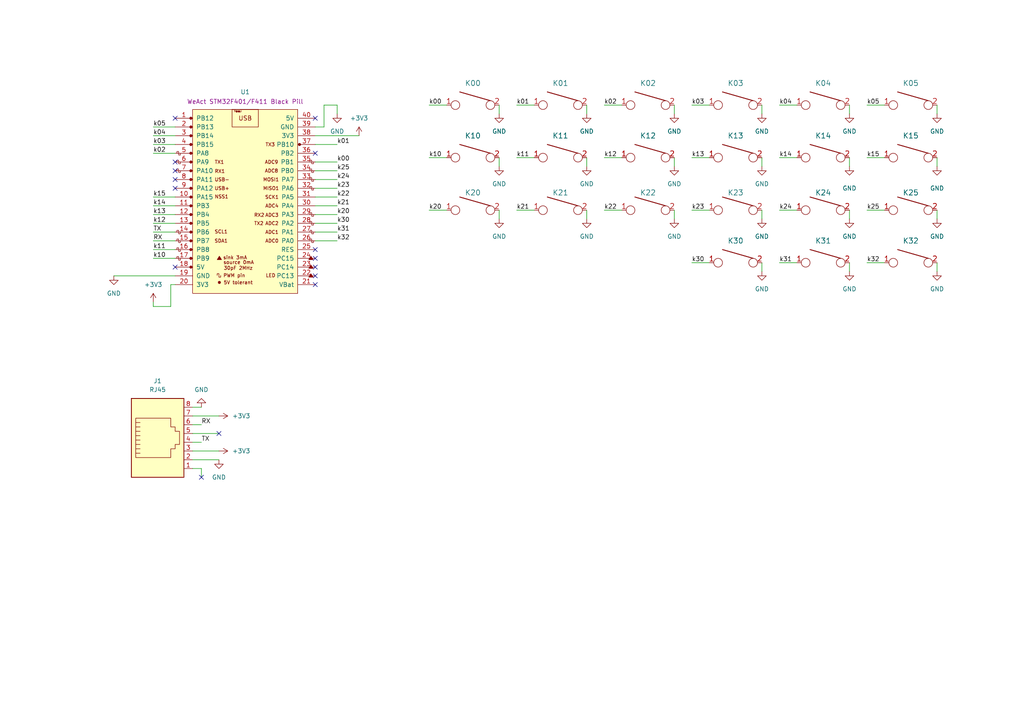
<source format=kicad_sch>
(kicad_sch (version 20250114) (generator "eeschema") (generator_version "9.0")
  (paper "A4")
  (title_block (rev "rev1.0"))
  (lib_symbols
    (symbol "Connector:RJ45" (pin_names (offset 1.016))
      (property "Reference" "J" (at -5.08 13.97 0))
      (property "Value" "RJ45" (at 2.54 13.97 0))
      (symbol "RJ45_0_1"
        (polyline (pts (xy -6.35 1.905) (xy -5.08 1.905) (xy -5.08 1.905)))
        (polyline (pts (xy -6.35 0.635) (xy -5.08 0.635) (xy -5.08 0.635)))
        (polyline (pts (xy -6.35 -0.635) (xy -5.08 -0.635) (xy -5.08 -0.635)))
        (polyline (pts (xy -6.35 -1.905) (xy -5.08 -1.905) (xy -5.08 -1.905)))
        (polyline (pts (xy -6.35 -3.175) (xy -5.08 -3.175) (xy -5.08 -3.175)))
        (polyline (pts (xy -6.35 -4.445) (xy -6.35 6.985) (xy 3.81 6.985) (xy 3.81 4.445) (xy 5.08 4.445) (xy 5.08 3.175) (xy 6.35 3.175) (xy 6.35 -0.635) (xy 5.08 -0.635) (xy 5.08 -1.905) (xy 3.81 -1.905) (xy 3.81 -4.445) (xy -6.35 -4.445) (xy -6.35 -4.445)))
        (polyline (pts (xy -5.08 5.715) (xy -6.35 5.715)))
        (polyline (pts (xy -5.08 4.445) (xy -6.35 4.445)))
        (polyline (pts (xy -5.08 3.175) (xy -6.35 3.175) (xy -6.35 3.175)))
        (rectangle (start 7.62 12.7) (end -7.62 -10.16) (stroke (width 0.254)) (fill (type background)))
      )
      (symbol "RJ45_1_1"
        (pin passive line (at 10.16 10.16 180) (length 2.54) (name "~") (number "8"))
        (pin passive line (at 10.16 7.62 180) (length 2.54) (name "~") (number "7"))
        (pin passive line (at 10.16 5.08 180) (length 2.54) (name "~") (number "6"))
        (pin passive line (at 10.16 2.54 180) (length 2.54) (name "~") (number "5"))
        (pin passive line (at 10.16 0 180) (length 2.54) (name "~") (number "4"))
        (pin passive line (at 10.16 -2.54 180) (length 2.54) (name "~") (number "3"))
        (pin passive line (at 10.16 -5.08 180) (length 2.54) (name "~") (number "2"))
        (pin passive line (at 10.16 -7.62 180) (length 2.54) (name "~") (number "1"))
      )
    )
    (symbol "YAAJ_WeAct_BlackPill_Part_Like:YAAJ_WeAct_BlackPill_Part_Like" (pin_names (offset 1.016))
      (property "Reference" "U" (at -12.7 27.94 0))
      (property "Value" "YAAJ_WeAct_BlackPill_Part_Like" (at 0 2.54 90))
      (symbol "YAAJ_WeAct_BlackPill_Part_Like_0_0"
        (circle (center -15.748 22.86) (radius 0.3556) (fill (type outline)))
        (circle (center -15.748 17.78) (radius 0.3556) (fill (type outline)))
        (circle (center -15.748 15.24) (radius 0.3556) (fill (type outline)))
        (circle (center -15.748 12.7) (radius 0.3556) (fill (type outline)))
        (circle (center -15.748 10.16) (radius 0.3556) (fill (type outline)))
        (circle (center -15.748 7.62) (radius 0.3556) (fill (type outline)))
        (circle (center -15.748 5.08) (radius 0.3556) (fill (type outline)))
        (circle (center -15.748 2.54) (radius 0.3556) (fill (type outline)))
        (circle (center -15.748 0) (radius 0.3556) (fill (type outline)))
        (circle (center -15.748 -2.54) (radius 0.3556) (fill (type outline)))
        (circle (center -15.748 -5.08) (radius 0.3556) (fill (type outline)))
        (circle (center -15.748 -7.62) (radius 0.3556) (fill (type outline)))
        (circle (center -15.748 -10.16) (radius 0.3556) (fill (type outline)))
        (circle (center -15.748 -12.7) (radius 0.3556) (fill (type outline)))
        (circle (center -15.748 -15.24) (radius 0.3556) (fill (type outline)))
        (circle (center -15.748 -17.78) (radius 0.3556) (fill (type outline)))
        (circle (center -15.748 -20.32) (radius 0.3556) (fill (type outline)))
        (polyline (pts (xy -8.128 -18.161) (xy -7.493 -17.145) (xy -6.858 -18.161) (xy -8.128 -18.161) (xy -7.493 -17.272) (xy -6.985 -18.161) (xy -8.001 -18.034) (xy -7.493 -17.399) (xy -7.112 -18.161) (xy -7.874 -17.907) (xy -7.366 -17.526) (xy -7.239 -18.161) (xy -7.747 -17.78) (xy -7.239 -17.653) (xy -7.366 -18.034) (xy -7.62 -17.78) (xy -7.366 -17.907) (xy -7.493 -17.653)))
        (circle (center -7.493 -24.765) (radius 0.127) (fill (type outline)))
        (circle (center -7.493 -24.765) (radius 0.254))
        (circle (center -7.493 -24.765) (radius 0.3556))
        (circle (center 15.748 15.24) (radius 0.254) (fill (type outline)))
        (circle (center 15.748 15.24) (radius 0.3556))
        (polyline (pts (xy 18.415 -18.161) (xy 19.05 -17.145) (xy 19.685 -18.161) (xy 18.415 -18.161) (xy 19.05 -17.272) (xy 19.558 -18.161) (xy 18.542 -18.034) (xy 19.05 -17.399) (xy 19.431 -18.161) (xy 18.669 -17.907) (xy 19.177 -17.526) (xy 19.304 -18.161) (xy 18.796 -17.78) (xy 19.304 -17.653) (xy 19.177 -18.034) (xy 18.923 -17.78) (xy 19.177 -17.907) (xy 19.05 -17.653)))
        (polyline (pts (xy 18.415 -20.701) (xy 19.05 -19.685) (xy 19.685 -20.701) (xy 18.415 -20.701) (xy 19.05 -19.812) (xy 19.558 -20.701) (xy 18.542 -20.574) (xy 19.05 -19.939) (xy 19.431 -20.701) (xy 18.669 -20.447) (xy 19.177 -20.066) (xy 19.304 -20.701) (xy 18.796 -20.32) (xy 19.304 -20.193) (xy 19.177 -20.574) (xy 18.923 -20.32) (xy 19.177 -20.447) (xy 19.05 -20.193)))
        (polyline (pts (xy 18.415 -23.241) (xy 19.05 -22.225) (xy 19.685 -23.241) (xy 18.415 -23.241) (xy 19.05 -22.352) (xy 19.558 -23.241) (xy 18.542 -23.114) (xy 19.05 -22.479) (xy 19.431 -23.241) (xy 18.669 -22.987) (xy 19.177 -22.606) (xy 19.304 -23.241) (xy 18.796 -22.86) (xy 19.304 -22.733) (xy 19.177 -23.114) (xy 18.923 -22.86) (xy 19.177 -22.987) (xy 19.05 -22.733)))
        (text "TX1" (at -7.493 10.16 0) (effects (font (size 0.9906 0.9906))))
        (text "RX1" (at -7.366 7.493 0) (effects (font (size 0.9906 0.9906))))
        (text "SCL1" (at -6.985 -10.033 0) (effects (font (size 0.9906 0.9906))))
        (text "SDA1" (at -6.985 -12.7 0) (effects (font (size 0.9906 0.9906))))
        (text "NSS1" (at -6.858 0.127 0) (effects (font (size 0.9906 0.9906))))
        (text "USB-" (at -6.731 5.08 0) (effects (font (size 0.9906 0.9906))))
        (text "USB+" (at -6.731 2.54 0) (effects (font (size 0.9906 0.9906))))
        (text "PWM pin" (at -3.175 -22.733 0) (effects (font (size 0.9906 0.9906))))
        (text "sink 3mA" (at -2.921 -17.526 0) (effects (font (size 0.9906 0.9906))))
        (text "Y@@J" (at -2.159 24.892 0) (effects (font (size 0.508 0.508))))
        (text "30pF 2MHz" (at -2.032 -20.574 0) (effects (font (size 0.9906 0.9906))))
        (text "5V tolerant" (at -2.032 -24.765 0) (effects (font (size 0.9906 0.9906))))
        (text "source 0mA" (at -1.905 -18.923 0) (effects (font (size 0.9906 0.9906))))
        (text "USB" (at 0 22.86 0) (effects (font (size 1.27 1.27))))
        (text "TX2" (at 3.937 -7.62 0) (effects (font (size 0.9906 0.9906))))
        (text "RX2" (at 4.064 -5.207 0) (effects (font (size 0.9906 0.9906))))
        (text "TX3" (at 7.239 15.24 0) (effects (font (size 0.9906 0.9906))))
        (text "LED" (at 7.366 -22.733 0) (effects (font (size 0.9906 0.9906))))
        (text "MOSI1" (at 7.493 5.08 0) (effects (font (size 0.9906 0.9906))))
        (text "MISO1" (at 7.493 2.54 0) (effects (font (size 0.9906 0.9906))))
        (text "ADC9" (at 7.62 10.16 0) (effects (font (size 0.9906 0.9906))))
        (text "ADC8" (at 7.62 7.62 0) (effects (font (size 0.9906 0.9906))))
        (text "SCK1" (at 7.747 0 0) (effects (font (size 0.9906 0.9906))))
        (text "ADC4" (at 7.747 -2.54 0) (effects (font (size 0.9906 0.9906))))
        (text "ADC3" (at 7.747 -5.207 0) (effects (font (size 0.9906 0.9906))))
        (text "ADC2" (at 7.747 -7.62 0) (effects (font (size 0.9906 0.9906))))
        (text "ADC1" (at 7.747 -10.16 0) (effects (font (size 0.9906 0.9906))))
        (text "ADC0" (at 7.747 -12.7 0) (effects (font (size 0.9906 0.9906))))
      )
      (symbol "YAAJ_WeAct_BlackPill_Part_Like_0_1"
        (polyline (pts (xy -18.796 12.7) (xy -18.796 12.192) (xy -19.304 12.192) (xy -19.304 13.208) (xy -19.812 13.208) (xy -19.812 12.7)))
        (polyline (pts (xy -18.796 10.16) (xy -18.796 9.652) (xy -19.304 9.652) (xy -19.304 10.668) (xy -19.812 10.668) (xy -19.812 10.16)))
        (polyline (pts (xy -18.796 7.62) (xy -18.796 7.112) (xy -19.304 7.112) (xy -19.304 8.128) (xy -19.812 8.128) (xy -19.812 7.62)))
        (polyline (pts (xy -18.796 -10.16) (xy -18.796 -10.668) (xy -19.304 -10.668) (xy -19.304 -9.652) (xy -19.812 -9.652) (xy -19.812 -10.16)))
        (polyline (pts (xy -18.796 -12.7) (xy -18.796 -13.208) (xy -19.304 -13.208) (xy -19.304 -12.192) (xy -19.812 -12.192) (xy -19.812 -12.7)))
        (polyline (pts (xy -18.796 -15.24) (xy -18.796 -15.748) (xy -19.304 -15.748) (xy -19.304 -14.732) (xy -19.812 -14.732) (xy -19.812 -15.24)))
        (polyline (pts (xy -18.796 -17.78) (xy -18.796 -18.288) (xy -19.304 -18.288) (xy -19.304 -17.272) (xy -19.812 -17.272) (xy -19.812 -17.78)))
        (rectangle (start -15.24 25.4) (end 15.24 -27.94) (fill (type background)))
        (polyline (pts (xy -7.112 -22.733) (xy -7.112 -23.241) (xy -7.62 -23.241) (xy -7.62 -22.225) (xy -8.128 -22.225) (xy -8.128 -22.733)))
        (rectangle (start 3.81 25.4) (end -3.81 20.32))
        (polyline (pts (xy 19.812 10.16) (xy 19.812 9.652) (xy 19.304 9.652) (xy 19.304 10.668) (xy 18.796 10.668) (xy 18.796 10.16)))
        (polyline (pts (xy 19.812 7.62) (xy 19.812 7.112) (xy 19.304 7.112) (xy 19.304 8.128) (xy 18.796 8.128) (xy 18.796 7.62)))
        (polyline (pts (xy 19.812 5.08) (xy 19.812 4.572) (xy 19.304 4.572) (xy 19.304 5.588) (xy 18.796 5.588) (xy 18.796 5.08)))
        (polyline (pts (xy 19.812 2.54) (xy 19.812 2.032) (xy 19.304 2.032) (xy 19.304 3.048) (xy 18.796 3.048) (xy 18.796 2.54)))
        (polyline (pts (xy 19.812 -5.08) (xy 19.812 -5.588) (xy 19.304 -5.588) (xy 19.304 -4.572) (xy 18.796 -4.572) (xy 18.796 -5.08)))
        (polyline (pts (xy 19.812 -7.62) (xy 19.812 -8.128) (xy 19.304 -8.128) (xy 19.304 -7.112) (xy 18.796 -7.112) (xy 18.796 -7.62)))
        (polyline (pts (xy 19.812 -10.16) (xy 19.812 -10.668) (xy 19.304 -10.668) (xy 19.304 -9.652) (xy 18.796 -9.652) (xy 18.796 -10.16)))
        (polyline (pts (xy 19.812 -12.7) (xy 19.812 -13.208) (xy 19.304 -13.208) (xy 19.304 -12.192) (xy 18.796 -12.192) (xy 18.796 -12.7)))
      )
      (symbol "YAAJ_WeAct_BlackPill_Part_Like_1_1"
        (circle (center -15.748 20.32) (radius 0.3556) (fill (type outline)))
        (pin bidirectional line (at -20.32 22.86 0) (length 5.08) (name "PB12") (number "1"))
        (pin bidirectional line (at -20.32 20.32 0) (length 5.08) (name "PB13") (number "2"))
        (pin bidirectional line (at -20.32 17.78 0) (length 5.08) (name "PB14") (number "3"))
        (pin bidirectional line (at -20.32 15.24 0) (length 5.08) (name "PB15") (number "4"))
        (pin bidirectional line (at -20.32 12.7 0) (length 5.08) (name "PA8") (number "5"))
        (pin bidirectional line (at -20.32 10.16 0) (length 5.08) (name "PA9") (number "6"))
        (pin bidirectional line (at -20.32 7.62 0) (length 5.08) (name "PA10") (number "7"))
        (pin bidirectional line (at -20.32 5.08 0) (length 5.08) (name "PA11") (number "8"))
        (pin bidirectional line (at -20.32 2.54 0) (length 5.08) (name "PA12") (number "9"))
        (pin bidirectional line (at -20.32 0 0) (length 5.08) (name "PA15") (number "10"))
        (pin bidirectional line (at -20.32 -2.54 0) (length 5.08) (name "PB3") (number "11"))
        (pin bidirectional line (at -20.32 -5.08 0) (length 5.08) (name "PB4") (number "12"))
        (pin bidirectional line (at -20.32 -7.62 0) (length 5.08) (name "PB5") (number "13"))
        (pin bidirectional line (at -20.32 -10.16 0) (length 5.08) (name "PB6") (number "14"))
        (pin bidirectional line (at -20.32 -12.7 0) (length 5.08) (name "PB7") (number "15"))
        (pin bidirectional line (at -20.32 -15.24 0) (length 5.08) (name "PB8") (number "16"))
        (pin bidirectional line (at -20.32 -17.78 0) (length 5.08) (name "PB9") (number "17"))
        (pin power_in line (at -20.32 -20.32 0) (length 5.08) (name "5V") (number "18"))
        (pin power_in line (at -20.32 -22.86 0) (length 5.08) (name "GND") (number "19"))
        (pin power_in line (at -20.32 -25.4 0) (length 5.08) (name "3V3") (number "20"))
        (pin power_in line (at 20.32 22.86 180) (length 5.08) (name "5V") (number "40"))
        (pin power_in line (at 20.32 20.32 180) (length 5.08) (name "GND") (number "39"))
        (pin power_in line (at 20.32 17.78 180) (length 5.08) (name "3V3") (number "38"))
        (pin bidirectional line (at 20.32 15.24 180) (length 5.08) (name "PB10") (number "37"))
        (pin bidirectional line (at 20.32 12.7 180) (length 5.08) (name "PB2") (number "36"))
        (pin bidirectional line (at 20.32 10.16 180) (length 5.08) (name "PB1") (number "35"))
        (pin bidirectional line (at 20.32 7.62 180) (length 5.08) (name "PB0") (number "34"))
        (pin bidirectional line (at 20.32 5.08 180) (length 5.08) (name "PA7") (number "33"))
        (pin bidirectional line (at 20.32 2.54 180) (length 5.08) (name "PA6") (number "32"))
        (pin bidirectional line (at 20.32 0 180) (length 5.08) (name "PA5") (number "31"))
        (pin bidirectional line (at 20.32 -2.54 180) (length 5.08) (name "PA4") (number "30"))
        (pin bidirectional line (at 20.32 -5.08 180) (length 5.08) (name "PA3") (number "29"))
        (pin bidirectional line (at 20.32 -7.62 180) (length 5.08) (name "PA2") (number "28"))
        (pin bidirectional line (at 20.32 -10.16 180) (length 5.08) (name "PA1") (number "27"))
        (pin bidirectional line (at 20.32 -12.7 180) (length 5.08) (name "PA0") (number "26"))
        (pin input line (at 20.32 -15.24 180) (length 5.08) (name "RES") (number "25"))
        (pin bidirectional line (at 20.32 -17.78 180) (length 5.08) (name "PC15") (number "24"))
        (pin bidirectional line (at 20.32 -20.32 180) (length 5.08) (name "PC14") (number "23"))
        (pin bidirectional line (at 20.32 -22.86 180) (length 5.08) (name "PC13") (number "22"))
        (pin power_in line (at 20.32 -25.4 180) (length 5.08) (name "VBat") (number "21"))
      )
    )
    (symbol "keyboard_parts:KEYSW" (pin_names (offset 1.016))
      (property "Reference" "K?" (at -1.27 0 0))
      (symbol "KEYSW_0_1"
        (polyline (pts (xy -5.08 1.27) (xy 3.81 3.81)) (stroke (width 0.254)))
        (circle (center -5.08 0) (radius 1.27))
        (circle (center 5.08 0) (radius 1.27))
      )
      (symbol "KEYSW_1_1"
        (pin passive line (at -7.62 0 0) (length 1.27) (name "~") (number "2"))
        (pin passive line (at 7.62 0 180) (length 1.27) (name "~") (number "1"))
      )
    )
    (symbol "power:+3V3" (power) (pin_names (offset 0))
      (property "Value" "+3V3" (at 0 3.556 0))
      (symbol "+3V3_0_1"
        (polyline (pts (xy -0.762 1.27) (xy 0 2.54)))
        (polyline (pts (xy 0 2.54) (xy 0.762 1.27)))
        (polyline (pts (xy 0 0) (xy 0 2.54)))
      )
      (symbol "+3V3_1_1"
        (pin power_in line (at 0 0 90) (length 0) (hide yes) (name "+3V3") (number "1"))
      )
    )
    (symbol "power:GND" (power) (pin_names (offset 0))
      (property "Value" "GND" (at 0 -3.81 0))
      (symbol "GND_0_1"
        (polyline (pts (xy 0 0) (xy 0 -1.27) (xy 1.27 -1.27) (xy 0 -2.54) (xy -1.27 -1.27) (xy 0 -1.27)))
      )
      (symbol "GND_1_1"
        (pin power_in line (at 0 0 270) (length 0) (hide yes) (name "GND") (number "1"))
      )
    )
  )
  (no_connect (at 58.42 138.43))
  (no_connect (at 91.44 44.45))
  (no_connect (at 50.8 46.99))
  (no_connect (at 50.8 49.53))
  (no_connect (at 50.8 52.07))
  (no_connect (at 50.8 54.61))
  (no_connect (at 50.8 34.29))
  (no_connect (at 91.44 82.55))
  (no_connect (at 91.44 80.01))
  (no_connect (at 91.44 77.47))
  (no_connect (at 91.44 74.93))
  (no_connect (at 91.44 72.39))
  (no_connect (at 91.44 34.29))
  (no_connect (at 50.8 77.47))
  (no_connect (at 63.5 125.73))
  (wire (pts (xy 149.86 60.96) (xy 154.94 60.96)))
  (wire (pts (xy 44.45 72.39) (xy 50.8 72.39)))
  (wire (pts (xy 55.88 130.81) (xy 63.5 130.81)))
  (wire (pts (xy 91.44 52.07) (xy 97.79 52.07)))
  (wire (pts (xy 200.66 45.72) (xy 205.74 45.72)))
  (wire (pts (xy 44.45 36.83) (xy 50.8 36.83)))
  (wire (pts (xy 251.46 30.48) (xy 256.54 30.48)))
  (wire (pts (xy 124.46 45.72) (xy 129.54 45.72)))
  (wire (pts (xy 200.66 60.96) (xy 205.74 60.96)))
  (wire (pts (xy 149.86 45.72) (xy 154.94 45.72)))
  (wire (pts (xy 49.53 88.9) (xy 49.53 82.55)))
  (wire (pts (xy 44.45 88.9) (xy 49.53 88.9)))
  (wire (pts (xy 44.45 59.69) (xy 50.8 59.69)))
  (wire (pts (xy 91.44 41.91) (xy 97.79 41.91)))
  (wire (pts (xy 175.26 60.96) (xy 180.34 60.96)))
  (wire (pts (xy 44.45 39.37) (xy 50.8 39.37)))
  (wire (pts (xy 251.46 60.96) (xy 256.54 60.96)))
  (wire (pts (xy 195.58 63.5) (xy 195.58 60.96)))
  (wire (pts (xy 144.78 63.5) (xy 144.78 60.96)))
  (wire (pts (xy 246.38 48.26) (xy 246.38 45.72)))
  (wire (pts (xy 220.98 48.26) (xy 220.98 45.72)))
  (wire (pts (xy 144.78 48.26) (xy 144.78 45.72)))
  (wire (pts (xy 91.44 62.23) (xy 97.79 62.23)))
  (wire (pts (xy 93.98 36.83) (xy 93.98 30.48)))
  (wire (pts (xy 175.26 45.72) (xy 180.34 45.72)))
  (wire (pts (xy 246.38 78.74) (xy 246.38 76.2)))
  (wire (pts (xy 44.45 44.45) (xy 50.8 44.45)))
  (wire (pts (xy 271.78 48.26) (xy 271.78 45.72)))
  (wire (pts (xy 91.44 36.83) (xy 93.98 36.83)))
  (wire (pts (xy 200.66 76.2) (xy 205.74 76.2)))
  (wire (pts (xy 44.45 74.93) (xy 50.8 74.93)))
  (wire (pts (xy 91.44 69.85) (xy 97.79 69.85)))
  (wire (pts (xy 91.44 49.53) (xy 97.79 49.53)))
  (wire (pts (xy 226.06 45.72) (xy 231.14 45.72)))
  (wire (pts (xy 200.66 30.48) (xy 205.74 30.48)))
  (wire (pts (xy 220.98 78.74) (xy 220.98 76.2)))
  (wire (pts (xy 44.45 62.23) (xy 50.8 62.23)))
  (wire (pts (xy 97.79 30.48) (xy 97.79 33.02)))
  (wire (pts (xy 271.78 63.5) (xy 271.78 60.96)))
  (wire (pts (xy 124.46 60.96) (xy 129.54 60.96)))
  (wire (pts (xy 144.78 33.02) (xy 144.78 30.48)))
  (wire (pts (xy 195.58 48.26) (xy 195.58 45.72)))
  (wire (pts (xy 170.18 63.5) (xy 170.18 60.96)))
  (wire (pts (xy 246.38 63.5) (xy 246.38 60.96)))
  (wire (pts (xy 55.88 123.19) (xy 58.42 123.19)))
  (wire (pts (xy 58.42 135.89) (xy 58.42 138.43)))
  (wire (pts (xy 91.44 54.61) (xy 97.79 54.61)))
  (wire (pts (xy 44.45 64.77) (xy 50.8 64.77)))
  (wire (pts (xy 226.06 30.48) (xy 231.14 30.48)))
  (wire (pts (xy 55.88 118.11) (xy 58.42 118.11)))
  (wire (pts (xy 124.46 30.48) (xy 129.54 30.48)))
  (wire (pts (xy 93.98 30.48) (xy 97.79 30.48)))
  (wire (pts (xy 91.44 67.31) (xy 97.79 67.31)))
  (wire (pts (xy 170.18 48.26) (xy 170.18 45.72)))
  (wire (pts (xy 91.44 39.37) (xy 104.14 39.37)))
  (wire (pts (xy 175.26 30.48) (xy 180.34 30.48)))
  (wire (pts (xy 44.45 41.91) (xy 50.8 41.91)))
  (wire (pts (xy 91.44 46.99) (xy 97.79 46.99)))
  (wire (pts (xy 91.44 57.15) (xy 97.79 57.15)))
  (wire (pts (xy 55.88 128.27) (xy 58.42 128.27)))
  (wire (pts (xy 55.88 125.73) (xy 63.5 125.73)))
  (wire (pts (xy 91.44 59.69) (xy 97.79 59.69)))
  (wire (pts (xy 33.02 80.01) (xy 50.8 80.01)))
  (wire (pts (xy 195.58 33.02) (xy 195.58 30.48)))
  (wire (pts (xy 251.46 45.72) (xy 256.54 45.72)))
  (wire (pts (xy 226.06 60.96) (xy 231.14 60.96)))
  (wire (pts (xy 170.18 33.02) (xy 170.18 30.48)))
  (wire (pts (xy 226.06 76.2) (xy 231.14 76.2)))
  (wire (pts (xy 271.78 33.02) (xy 271.78 30.48)))
  (wire (pts (xy 246.38 33.02) (xy 246.38 30.48)))
  (wire (pts (xy 251.46 76.2) (xy 256.54 76.2)))
  (wire (pts (xy 55.88 120.65) (xy 63.5 120.65)))
  (wire (pts (xy 49.53 82.55) (xy 50.8 82.55)))
  (wire (pts (xy 91.44 64.77) (xy 97.79 64.77)))
  (wire (pts (xy 44.45 69.85) (xy 50.8 69.85)))
  (wire (pts (xy 220.98 33.02) (xy 220.98 30.48)))
  (wire (pts (xy 149.86 30.48) (xy 154.94 30.48)))
  (wire (pts (xy 44.45 87.63) (xy 44.45 88.9)))
  (wire (pts (xy 63.5 133.35) (xy 55.88 133.35)))
  (wire (pts (xy 44.45 67.31) (xy 50.8 67.31)))
  (wire (pts (xy 271.78 78.74) (xy 271.78 76.2)))
  (wire (pts (xy 44.45 57.15) (xy 50.8 57.15)))
  (wire (pts (xy 220.98 63.5) (xy 220.98 60.96)))
  (wire (pts (xy 55.88 135.89) (xy 58.42 135.89)))
  (label "k20" (at 97.79 62.23 0))
  (label "k01" (at 97.79 41.91 0))
  (label "k03" (at 44.45 41.91 0))
  (label "k30" (at 200.66 76.2 0))
  (label "TX" (at 58.42 128.27 0))
  (label "k02" (at 175.26 30.48 0))
  (label "k05" (at 44.45 36.83 0))
  (label "k04" (at 226.06 30.48 0))
  (label "k30" (at 97.79 64.77 0))
  (label "k11" (at 44.45 72.39 0))
  (label "k00" (at 124.46 30.48 0))
  (label "k10" (at 44.45 74.93 0))
  (label "k03" (at 200.66 30.48 0))
  (label "RX" (at 44.45 69.85 0))
  (label "k15" (at 251.46 45.72 0))
  (label "k23" (at 200.66 60.96 0))
  (label "k32" (at 97.79 69.85 0))
  (label "k25" (at 97.79 49.53 0))
  (label "RX" (at 58.42 123.19 0))
  (label "k24" (at 226.06 60.96 0))
  (label "TX" (at 44.45 67.31 0))
  (label "k05" (at 251.46 30.48 0))
  (label "k22" (at 175.26 60.96 0))
  (label "k12" (at 44.45 64.77 0))
  (label "k01" (at 149.86 30.48 0))
  (label "k10" (at 124.46 45.72 0))
  (label "k00" (at 97.79 46.99 0))
  (label "k21" (at 97.79 59.69 0))
  (label "k31" (at 97.79 67.31 0))
  (label "k32" (at 251.46 76.2 0))
  (label "k15" (at 44.45 57.15 0))
  (label "k14" (at 226.06 45.72 0))
  (label "k12" (at 175.26 45.72 0))
  (label "k04" (at 44.45 39.37 0))
  (label "k11" (at 149.86 45.72 0))
  (label "k22" (at 97.79 57.15 0))
  (label "k02" (at 44.45 44.45 0))
  (label "k13" (at 44.45 62.23 0))
  (label "k24" (at 97.79 52.07 0))
  (label "k31" (at 226.06 76.2 0))
  (label "k13" (at 200.66 45.72 0))
  (label "k14" (at 44.45 59.69 0))
  (label "k21" (at 149.86 60.96 0))
  (label "k25" (at 251.46 60.96 0))
  (label "k23" (at 97.79 54.61 0))
  (label "k20" (at 124.46 60.96 0))
  (symbol (lib_id "keyboard_parts:KEYSW") (at 264.16 76.2 0) (mirror y) (unit 1)
    (property "Reference" "K32" (at 264.16 69.85 0) (effects (font (size 1.524 1.524))))
    (property "Value" "KEYSW" (effects (hide yes)))
    (property "Footprint" "keyswitches:Kailh_socket_PG1350_reversible" (effects (hide yes)))
  )
  (symbol (lib_id "power:GND") (at 195.58 48.26 0) (unit 1)
    (property "Reference" "#PWR0104" (effects (hide yes)))
    (property "Value" "GND" (at 195.58 53.34 0))
  )
  (symbol (lib_id "keyboard_parts:KEYSW") (at 238.76 60.96 0) (mirror y) (unit 1)
    (property "Reference" "K24" (at 238.76 55.88 0) (effects (font (size 1.524 1.524))))
    (property "Value" "KEYSW" (effects (hide yes)))
    (property "Footprint" "keyswitches:Kailh_socket_PG1350_reversible" (effects (hide yes)))
  )
  (symbol (lib_id "keyboard_parts:KEYSW") (at 137.16 30.48 0) (mirror y) (unit 1)
    (property "Reference" "K00" (at 137.16 24.13 0) (effects (font (size 1.524 1.524))))
    (property "Value" "KEYSW" (effects (hide yes)))
    (property "Footprint" "keyswitches:Kailh_socket_PG1350_reversible" (effects (hide yes)))
  )
  (symbol (lib_id "keyboard_parts:KEYSW") (at 264.16 45.72 0) (mirror y) (unit 1)
    (property "Reference" "K15" (at 264.16 39.37 0) (effects (font (size 1.524 1.524))))
    (property "Value" "KEYSW" (effects (hide yes)))
    (property "Footprint" "keyswitches:Kailh_socket_PG1350_reversible" (effects (hide yes)))
  )
  (symbol (lib_id "power:GND") (at 58.42 118.11 180) (unit 1)
    (property "Reference" "#PWR04" (effects (hide yes)))
    (property "Value" "GND" (at 58.42 113.03 0))
  )
  (symbol (lib_id "power:GND") (at 144.78 48.26 0) (unit 1)
    (property "Reference" "#PWR0107" (effects (hide yes)))
    (property "Value" "GND" (at 144.78 53.34 0))
  )
  (symbol (lib_id "power:GND") (at 195.58 63.5 0) (unit 1)
    (property "Reference" "#PWR0105" (effects (hide yes)))
    (property "Value" "GND" (at 195.58 68.58 0))
  )
  (symbol (lib_id "keyboard_parts:KEYSW") (at 213.36 30.48 0) (mirror y) (unit 1)
    (property "Reference" "K03" (at 213.36 24.13 0) (effects (font (size 1.524 1.524))))
    (property "Value" "KEYSW" (effects (hide yes)))
    (property "Footprint" "keyswitches:Kailh_socket_PG1350_reversible" (effects (hide yes)))
  )
  (symbol (lib_id "power:GND") (at 246.38 63.5 0) (unit 1)
    (property "Reference" "#PWR0121" (effects (hide yes)))
    (property "Value" "GND" (at 246.38 68.58 0))
  )
  (symbol (lib_id "keyboard_parts:KEYSW") (at 187.96 30.48 0) (mirror y) (unit 1)
    (property "Reference" "K02" (at 187.96 24.13 0) (effects (font (size 1.524 1.524))))
    (property "Value" "KEYSW" (effects (hide yes)))
    (property "Footprint" "keyswitches:Kailh_socket_PG1350_reversible" (effects (hide yes)))
  )
  (symbol (lib_id "keyboard_parts:KEYSW") (at 162.56 45.72 0) (mirror y) (unit 1)
    (property "Reference" "K11" (at 162.56 39.37 0) (effects (font (size 1.524 1.524))))
    (property "Value" "KEYSW" (effects (hide yes)))
    (property "Footprint" "keyswitches:Kailh_socket_PG1350_reversible" (effects (hide yes)))
  )
  (symbol (lib_id "keyboard_parts:KEYSW") (at 187.96 60.96 0) (mirror y) (unit 1)
    (property "Reference" "K22" (at 187.96 55.88 0) (effects (font (size 1.524 1.524))))
    (property "Value" "KEYSW" (effects (hide yes)))
    (property "Footprint" "keyswitches:Kailh_socket_PG1350_reversible" (effects (hide yes)))
  )
  (symbol (lib_id "power:GND") (at 271.78 33.02 0) (unit 1)
    (property "Reference" "#PWR0115" (effects (hide yes)))
    (property "Value" "GND" (at 271.78 38.1 0))
  )
  (symbol (lib_id "power:GND") (at 271.78 63.5 0) (unit 1)
    (property "Reference" "#PWR0118" (effects (hide yes)))
    (property "Value" "GND" (at 271.78 68.58 0))
  )
  (symbol (lib_id "power:GND") (at 271.78 78.74 0) (unit 1)
    (property "Reference" "#PWR0117" (effects (hide yes)))
    (property "Value" "GND" (at 271.78 83.82 0))
  )
  (symbol (lib_id "YAAJ_WeAct_BlackPill_Part_Like:YAAJ_WeAct_BlackPill_Part_Like") (at 71.12 57.15 0) (unit 1)
    (property "Reference" "U1" (at 71.12 26.67 0))
    (property "Value" "YAAJ_WeAct_BlackPill_Part_Like" (effects (hide yes)))
    (property "Footprint" "Footprints:YAAJ_BlackPill_2" (effects (hide yes)))
    (property "Description" "WeAct STM32F401/F411 Black Pill" (at 71.12 29.464 0))
  )
  (symbol (lib_id "power:GND") (at 246.38 48.26 0) (unit 1)
    (property "Reference" "#PWR0119" (effects (hide yes)))
    (property "Value" "GND" (at 246.38 54.61 0))
  )
  (symbol (lib_id "power:GND") (at 170.18 63.5 0) (unit 1)
    (property "Reference" "#PWR0101" (effects (hide yes)))
    (property "Value" "GND" (at 170.18 68.58 0))
  )
  (symbol (lib_id "keyboard_parts:KEYSW") (at 238.76 30.48 0) (mirror y) (unit 1)
    (property "Reference" "K04" (at 238.76 24.13 0) (effects (font (size 1.524 1.524))))
    (property "Value" "KEYSW" (effects (hide yes)))
    (property "Footprint" "keyswitches:Kailh_socket_PG1350_reversible" (effects (hide yes)))
  )
  (symbol (lib_id "power:GND") (at 246.38 78.74 0) (unit 1)
    (property "Reference" "#PWR0120" (effects (hide yes)))
    (property "Value" "GND" (at 246.38 83.82 0))
  )
  (symbol (lib_id "power:GND") (at 63.5 133.35 0) (unit 1)
    (property "Reference" "#PWR03" (effects (hide yes)))
    (property "Value" "GND" (at 63.5 138.43 0))
  )
  (symbol (lib_id "power:+3V3") (at 63.5 120.65 270) (unit 1)
    (property "Reference" "#PWR01" (effects (hide yes)))
    (property "Value" "+3V3" (at 67.31 120.6499 90) (effects (justify left)))
  )
  (symbol (lib_id "keyboard_parts:KEYSW") (at 213.36 76.2 0) (mirror y) (unit 1)
    (property "Reference" "K30" (at 213.36 69.85 0) (effects (font (size 1.524 1.524))))
    (property "Value" "KEYSW" (effects (hide yes)))
    (property "Footprint" "keyswitches:Kailh_socket_PG1350_reversible" (effects (hide yes)))
  )
  (symbol (lib_id "power:GND") (at 246.38 33.02 0) (unit 1)
    (property "Reference" "#PWR0112" (effects (hide yes)))
    (property "Value" "GND" (at 246.38 38.1 0))
  )
  (symbol (lib_id "keyboard_parts:KEYSW") (at 137.16 60.96 0) (mirror y) (unit 1)
    (property "Reference" "K20" (at 137.16 55.88 0) (effects (font (size 1.524 1.524))))
    (property "Value" "KEYSW" (effects (hide yes)))
    (property "Footprint" "keyswitches:Kailh_socket_PG1350_reversible" (effects (hide yes)))
  )
  (symbol (lib_id "power:GND") (at 271.78 48.26 0) (unit 1)
    (property "Reference" "#PWR0116" (effects (hide yes)))
    (property "Value" "GND" (at 271.78 54.61 0))
  )
  (symbol (lib_id "keyboard_parts:KEYSW") (at 213.36 60.96 0) (mirror y) (unit 1)
    (property "Reference" "K23" (at 213.36 55.88 0) (effects (font (size 1.524 1.524))))
    (property "Value" "KEYSW" (effects (hide yes)))
    (property "Footprint" "keyswitches:Kailh_socket_PG1350_reversible" (effects (hide yes)))
  )
  (symbol (lib_id "keyboard_parts:KEYSW") (at 137.16 45.72 0) (mirror y) (unit 1)
    (property "Reference" "K10" (at 137.16 39.37 0) (effects (font (size 1.524 1.524))))
    (property "Value" "KEYSW" (effects (hide yes)))
    (property "Footprint" "keyswitches:Kailh_socket_PG1350_reversible" (effects (hide yes)))
  )
  (symbol (lib_id "keyboard_parts:KEYSW") (at 162.56 30.48 0) (mirror y) (unit 1)
    (property "Reference" "K01" (at 162.56 24.13 0) (effects (font (size 1.524 1.524))))
    (property "Value" "KEYSW" (effects (hide yes)))
    (property "Footprint" "keyswitches:Kailh_socket_PG1350_reversible" (effects (hide yes)))
  )
  (symbol (lib_id "keyboard_parts:KEYSW") (at 264.16 60.96 0) (mirror y) (unit 1)
    (property "Reference" "K25" (at 264.16 55.88 0) (effects (font (size 1.524 1.524))))
    (property "Value" "KEYSW" (effects (hide yes)))
    (property "Footprint" "keyswitches:Kailh_socket_PG1350_reversible" (effects (hide yes)))
  )
  (symbol (lib_id "keyboard_parts:KEYSW") (at 238.76 76.2 0) (mirror y) (unit 1)
    (property "Reference" "K31" (at 238.76 69.85 0) (effects (font (size 1.524 1.524))))
    (property "Value" "KEYSW" (effects (hide yes)))
    (property "Footprint" "keyswitches:Kailh_socket_PG1350_reversible" (effects (hide yes)))
  )
  (symbol (lib_id "Connector:RJ45") (at 45.72 128.27 0) (unit 1)
    (property "Reference" "J1" (at 45.72 110.49 0))
    (property "Value" "RJ45" (at 45.72 113.03 0))
    (property "Footprint" "Connector_RJ:RJ45_Amphenol_RJHSE5380" (effects (hide yes)))
    (property "Description" "RJ connector, 8P8C (8 positions 8 connected)" (effects (hide yes)))
  )
  (symbol (lib_id "power:GND") (at 220.98 33.02 0) (unit 1)
    (property "Reference" "#PWR0123" (effects (hide yes)))
    (property "Value" "GND" (at 220.98 38.1 0))
  )
  (symbol (lib_id "keyboard_parts:KEYSW") (at 238.76 45.72 0) (mirror y) (unit 1)
    (property "Reference" "K14" (at 238.76 39.37 0) (effects (font (size 1.524 1.524))))
    (property "Value" "KEYSW" (effects (hide yes)))
    (property "Footprint" "keyswitches:Kailh_socket_PG1350_reversible" (effects (hide yes)))
  )
  (symbol (lib_id "power:+3V3") (at 44.45 87.63 0) (unit 1)
    (property "Reference" "#PWR0125" (effects (hide yes)))
    (property "Value" "+3V3" (at 44.45 82.55 0))
  )
  (symbol (lib_id "power:+3V3") (at 63.5 130.81 270) (unit 1)
    (property "Reference" "#PWR02" (effects (hide yes)))
    (property "Value" "+3V3" (at 67.31 130.8099 90) (effects (justify left)))
  )
  (symbol (lib_id "power:GND") (at 144.78 33.02 0) (unit 1)
    (property "Reference" "#PWR0109" (effects (hide yes)))
    (property "Value" "GND" (at 144.78 38.1 0))
  )
  (symbol (lib_id "power:GND") (at 33.02 80.01 0) (unit 1)
    (property "Reference" "#PWR0124" (effects (hide yes)))
    (property "Value" "GND" (at 33.02 85.09 0))
  )
  (symbol (lib_id "keyboard_parts:KEYSW") (at 213.36 45.72 0) (mirror y) (unit 1)
    (property "Reference" "K13" (at 213.36 39.37 0) (effects (font (size 1.524 1.524))))
    (property "Value" "KEYSW" (effects (hide yes)))
    (property "Footprint" "keyswitches:Kailh_socket_PG1350_reversible" (effects (hide yes)))
  )
  (symbol (lib_id "power:+3V3") (at 104.14 39.37 0) (unit 1)
    (property "Reference" "#PWR0111" (effects (hide yes)))
    (property "Value" "+3V3" (at 104.14 34.29 0))
  )
  (symbol (lib_id "power:GND") (at 195.58 33.02 0) (unit 1)
    (property "Reference" "#PWR0103" (effects (hide yes)))
    (property "Value" "GND" (at 195.58 38.1 0))
  )
  (symbol (lib_id "power:GND") (at 220.98 48.26 0) (unit 1)
    (property "Reference" "#PWR0122" (effects (hide yes)))
    (property "Value" "GND" (at 220.98 53.34 0))
  )
  (symbol (lib_id "keyboard_parts:KEYSW") (at 162.56 60.96 0) (mirror y) (unit 1)
    (property "Reference" "K21" (at 162.56 55.88 0) (effects (font (size 1.524 1.524))))
    (property "Value" "KEYSW" (effects (hide yes)))
    (property "Footprint" "keyswitches:Kailh_socket_PG1350_reversible" (effects (hide yes)))
  )
  (symbol (lib_id "keyboard_parts:KEYSW") (at 187.96 45.72 0) (mirror y) (unit 1)
    (property "Reference" "K12" (at 187.96 39.37 0) (effects (font (size 1.524 1.524))))
    (property "Value" "KEYSW" (effects (hide yes)))
    (property "Footprint" "keyswitches:Kailh_socket_PG1350_reversible" (effects (hide yes)))
  )
  (symbol (lib_id "power:GND") (at 220.98 78.74 0) (unit 1)
    (property "Reference" "#PWR0113" (effects (hide yes)))
    (property "Value" "GND" (at 220.98 83.82 0))
  )
  (symbol (lib_id "power:GND") (at 170.18 33.02 0) (unit 1)
    (property "Reference" "#PWR0106" (effects (hide yes)))
    (property "Value" "GND" (at 170.18 38.1 0))
  )
  (symbol (lib_id "power:GND") (at 170.18 48.26 0) (unit 1)
    (property "Reference" "#PWR0102" (effects (hide yes)))
    (property "Value" "GND" (at 170.18 53.34 0))
  )
  (symbol (lib_id "power:GND") (at 220.98 63.5 0) (unit 1)
    (property "Reference" "#PWR0114" (effects (hide yes)))
    (property "Value" "GND" (at 220.98 68.58 0))
  )
  (symbol (lib_id "power:GND") (at 144.78 63.5 0) (unit 1)
    (property "Reference" "#PWR0108" (effects (hide yes)))
    (property "Value" "GND" (at 144.78 68.58 0))
  )
  (symbol (lib_id "power:GND") (at 97.79 33.02 0) (unit 1)
    (property "Reference" "#PWR0110" (effects (hide yes)))
    (property "Value" "GND" (at 97.79 38.1 0))
  )
  (symbol (lib_id "keyboard_parts:KEYSW") (at 264.16 30.48 0) (mirror y) (unit 1)
    (property "Reference" "K05" (at 264.16 24.13 0) (effects (font (size 1.524 1.524))))
    (property "Value" "KEYSW" (effects (hide yes)))
    (property "Footprint" "keyswitches:Kailh_socket_PG1350_reversible" (effects (hide yes)))
  )
)
</source>
